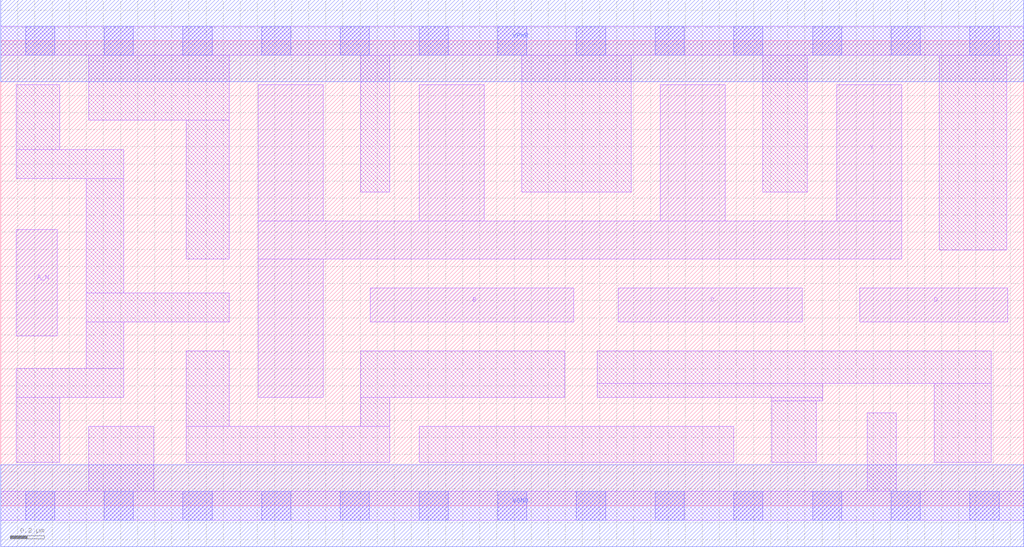
<source format=lef>
# Copyright 2020 The SkyWater PDK Authors
#
# Licensed under the Apache License, Version 2.0 (the "License");
# you may not use this file except in compliance with the License.
# You may obtain a copy of the License at
#
#     https://www.apache.org/licenses/LICENSE-2.0
#
# Unless required by applicable law or agreed to in writing, software
# distributed under the License is distributed on an "AS IS" BASIS,
# WITHOUT WARRANTIES OR CONDITIONS OF ANY KIND, either express or implied.
# See the License for the specific language governing permissions and
# limitations under the License.
#
# SPDX-License-Identifier: Apache-2.0

VERSION 5.7 ;
  NOWIREEXTENSIONATPIN ON ;
  DIVIDERCHAR "/" ;
  BUSBITCHARS "[]" ;
UNITS
  DATABASE MICRONS 200 ;
END UNITS
PROPERTYDEFINITIONS
  MACRO maskLayoutSubType STRING ;
  MACRO prCellType STRING ;
  MACRO originalViewName STRING ;
END PROPERTYDEFINITIONS
MACRO sky130_fd_sc_hdll__nand4b_2
  CLASS CORE ;
  FOREIGN sky130_fd_sc_hdll__nand4b_2 ;
  ORIGIN  0.000000  0.000000 ;
  SIZE  5.980000 BY  2.720000 ;
  SYMMETRY X Y R90 ;
  SITE unithd ;
  PIN A_N
    ANTENNAGATEAREA  0.138600 ;
    DIRECTION INPUT ;
    USE SIGNAL ;
    PORT
      LAYER li1 ;
        RECT 0.090000 0.995000 0.330000 1.615000 ;
    END
  END A_N
  PIN B
    ANTENNAGATEAREA  0.555000 ;
    DIRECTION INPUT ;
    USE SIGNAL ;
    PORT
      LAYER li1 ;
        RECT 2.160000 1.075000 3.350000 1.275000 ;
    END
  END B
  PIN C
    ANTENNAGATEAREA  0.555000 ;
    DIRECTION INPUT ;
    USE SIGNAL ;
    PORT
      LAYER li1 ;
        RECT 3.610000 1.075000 4.685000 1.275000 ;
    END
  END C
  PIN D
    ANTENNAGATEAREA  0.555000 ;
    DIRECTION INPUT ;
    USE SIGNAL ;
    PORT
      LAYER li1 ;
        RECT 5.020000 1.075000 5.885000 1.275000 ;
    END
  END D
  PIN Y
    ANTENNADIFFAREA  1.368000 ;
    DIRECTION OUTPUT ;
    USE SIGNAL ;
    PORT
      LAYER li1 ;
        RECT 1.505000 0.635000 1.885000 1.445000 ;
        RECT 1.505000 1.445000 5.265000 1.665000 ;
        RECT 1.505000 1.665000 1.885000 2.465000 ;
        RECT 2.445000 1.665000 2.825000 2.465000 ;
        RECT 3.855000 1.665000 4.235000 2.465000 ;
        RECT 4.885000 1.665000 5.265000 2.465000 ;
    END
  END Y
  PIN VGND
    DIRECTION INOUT ;
    USE GROUND ;
    PORT
      LAYER met1 ;
        RECT 0.000000 -0.240000 5.980000 0.240000 ;
    END
  END VGND
  PIN VPWR
    DIRECTION INOUT ;
    USE POWER ;
    PORT
      LAYER met1 ;
        RECT 0.000000 2.480000 5.980000 2.960000 ;
    END
  END VPWR
  OBS
    LAYER li1 ;
      RECT 0.000000 -0.085000 5.980000 0.085000 ;
      RECT 0.000000  2.635000 5.980000 2.805000 ;
      RECT 0.090000  0.255000 0.345000 0.635000 ;
      RECT 0.090000  0.635000 0.720000 0.805000 ;
      RECT 0.090000  1.915000 0.720000 2.085000 ;
      RECT 0.090000  2.085000 0.345000 2.465000 ;
      RECT 0.500000  0.805000 0.720000 1.075000 ;
      RECT 0.500000  1.075000 1.335000 1.245000 ;
      RECT 0.500000  1.245000 0.720000 1.915000 ;
      RECT 0.515000  0.085000 0.895000 0.465000 ;
      RECT 0.515000  2.255000 1.335000 2.635000 ;
      RECT 1.085000  0.255000 2.275000 0.465000 ;
      RECT 1.085000  0.465000 1.335000 0.905000 ;
      RECT 1.085000  1.445000 1.335000 2.255000 ;
      RECT 2.105000  0.465000 2.275000 0.635000 ;
      RECT 2.105000  0.635000 3.295000 0.905000 ;
      RECT 2.105000  1.835000 2.275000 2.635000 ;
      RECT 2.445000  0.255000 4.285000 0.465000 ;
      RECT 3.045000  1.835000 3.685000 2.635000 ;
      RECT 3.485000  0.635000 4.805000 0.715000 ;
      RECT 3.485000  0.715000 5.790000 0.905000 ;
      RECT 4.455000  1.835000 4.715000 2.635000 ;
      RECT 4.505000  0.255000 4.765000 0.615000 ;
      RECT 4.505000  0.615000 4.805000 0.635000 ;
      RECT 5.065000  0.085000 5.235000 0.545000 ;
      RECT 5.455000  0.255000 5.790000 0.715000 ;
      RECT 5.485000  1.495000 5.880000 2.635000 ;
    LAYER mcon ;
      RECT 0.145000 -0.085000 0.315000 0.085000 ;
      RECT 0.145000  2.635000 0.315000 2.805000 ;
      RECT 0.605000 -0.085000 0.775000 0.085000 ;
      RECT 0.605000  2.635000 0.775000 2.805000 ;
      RECT 1.065000 -0.085000 1.235000 0.085000 ;
      RECT 1.065000  2.635000 1.235000 2.805000 ;
      RECT 1.525000 -0.085000 1.695000 0.085000 ;
      RECT 1.525000  2.635000 1.695000 2.805000 ;
      RECT 1.985000 -0.085000 2.155000 0.085000 ;
      RECT 1.985000  2.635000 2.155000 2.805000 ;
      RECT 2.445000 -0.085000 2.615000 0.085000 ;
      RECT 2.445000  2.635000 2.615000 2.805000 ;
      RECT 2.905000 -0.085000 3.075000 0.085000 ;
      RECT 2.905000  2.635000 3.075000 2.805000 ;
      RECT 3.365000 -0.085000 3.535000 0.085000 ;
      RECT 3.365000  2.635000 3.535000 2.805000 ;
      RECT 3.825000 -0.085000 3.995000 0.085000 ;
      RECT 3.825000  2.635000 3.995000 2.805000 ;
      RECT 4.285000 -0.085000 4.455000 0.085000 ;
      RECT 4.285000  2.635000 4.455000 2.805000 ;
      RECT 4.745000 -0.085000 4.915000 0.085000 ;
      RECT 4.745000  2.635000 4.915000 2.805000 ;
      RECT 5.205000 -0.085000 5.375000 0.085000 ;
      RECT 5.205000  2.635000 5.375000 2.805000 ;
      RECT 5.665000 -0.085000 5.835000 0.085000 ;
      RECT 5.665000  2.635000 5.835000 2.805000 ;
  END
  PROPERTY maskLayoutSubType "abstract" ;
  PROPERTY prCellType "standard" ;
  PROPERTY originalViewName "layout" ;
END sky130_fd_sc_hdll__nand4b_2
END LIBRARY

</source>
